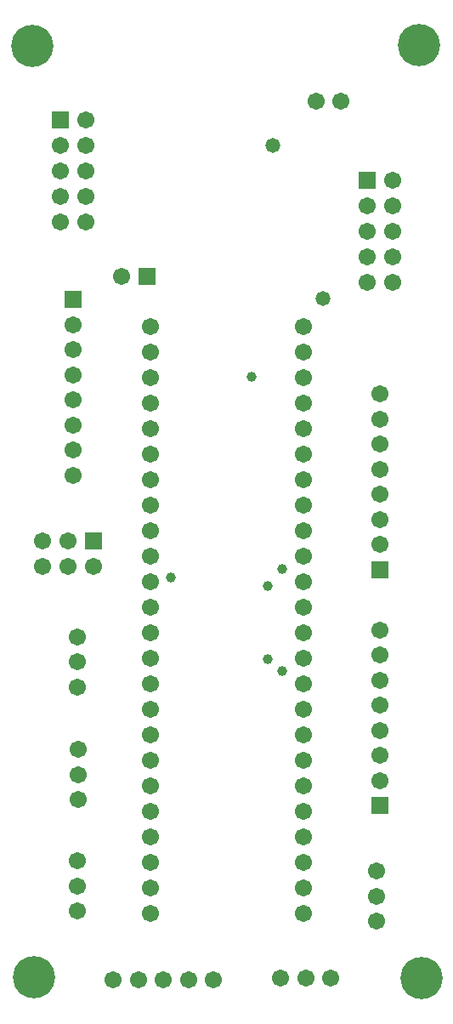
<source format=gbs>
G04*
G04 #@! TF.GenerationSoftware,Altium Limited,Altium Designer,20.0.12 (288)*
G04*
G04 Layer_Color=16711935*
%FSLAX25Y25*%
%MOIN*%
G70*
G01*
G75*
%ADD29C,0.06706*%
%ADD30R,0.06706X0.06706*%
%ADD31R,0.06706X0.06706*%
%ADD32C,0.16548*%
%ADD33C,0.03950*%
%ADD34C,0.05800*%
D29*
X60768Y269744D02*
D03*
Y259744D02*
D03*
Y249744D02*
D03*
Y239744D02*
D03*
Y229744D02*
D03*
Y219744D02*
D03*
Y209744D02*
D03*
Y199744D02*
D03*
Y189744D02*
D03*
Y179744D02*
D03*
Y169744D02*
D03*
Y159744D02*
D03*
Y149744D02*
D03*
Y139744D02*
D03*
X120768D02*
D03*
Y149744D02*
D03*
Y159744D02*
D03*
Y169744D02*
D03*
Y179744D02*
D03*
Y189744D02*
D03*
Y199744D02*
D03*
Y209744D02*
D03*
Y219744D02*
D03*
Y229744D02*
D03*
Y239744D02*
D03*
X60768Y119744D02*
D03*
Y109744D02*
D03*
Y99744D02*
D03*
Y89744D02*
D03*
Y79744D02*
D03*
Y69744D02*
D03*
Y59744D02*
D03*
Y49744D02*
D03*
Y39744D02*
D03*
X120768D02*
D03*
Y49744D02*
D03*
Y59744D02*
D03*
Y69744D02*
D03*
Y79744D02*
D03*
Y89744D02*
D03*
Y99744D02*
D03*
X60768Y129744D02*
D03*
X120768Y249744D02*
D03*
Y259744D02*
D03*
Y269744D02*
D03*
Y129744D02*
D03*
Y119744D02*
D03*
Y109744D02*
D03*
X49213Y289370D02*
D03*
X31890Y148031D02*
D03*
Y138189D02*
D03*
X31890Y128347D02*
D03*
X85433Y13780D02*
D03*
X75590D02*
D03*
X65748D02*
D03*
X55905D02*
D03*
X46063D02*
D03*
X155512Y287087D02*
D03*
Y297087D02*
D03*
Y307087D02*
D03*
X145512Y287087D02*
D03*
Y297087D02*
D03*
Y307087D02*
D03*
Y317087D02*
D03*
X155512D02*
D03*
Y327087D02*
D03*
X35433Y310709D02*
D03*
Y320709D02*
D03*
Y330709D02*
D03*
X25433Y310709D02*
D03*
Y320709D02*
D03*
Y330709D02*
D03*
Y340709D02*
D03*
X35433D02*
D03*
Y350709D02*
D03*
X32283Y103937D02*
D03*
Y94095D02*
D03*
X32283Y84252D02*
D03*
X31890Y60236D02*
D03*
Y50394D02*
D03*
X31890Y40551D02*
D03*
X150787Y91732D02*
D03*
Y101575D02*
D03*
Y111417D02*
D03*
Y121260D02*
D03*
Y131102D02*
D03*
Y140945D02*
D03*
Y150787D02*
D03*
X18347Y175827D02*
D03*
X28346D02*
D03*
X38346D02*
D03*
X18347Y185827D02*
D03*
X28346D02*
D03*
X150787Y184252D02*
D03*
Y194095D02*
D03*
Y203937D02*
D03*
Y213779D02*
D03*
Y223622D02*
D03*
Y233465D02*
D03*
Y243307D02*
D03*
X30315Y270472D02*
D03*
Y260630D02*
D03*
Y250787D02*
D03*
Y240945D02*
D03*
Y231102D02*
D03*
Y221260D02*
D03*
Y211417D02*
D03*
X111811Y14173D02*
D03*
X121653D02*
D03*
X131496Y14173D02*
D03*
X135433Y357874D02*
D03*
X125591D02*
D03*
X149213Y36614D02*
D03*
Y46457D02*
D03*
X149213Y56299D02*
D03*
D30*
X59213Y289370D02*
D03*
X38346Y185827D02*
D03*
D31*
X145512Y327087D02*
D03*
X25433Y350709D02*
D03*
X150787Y81890D02*
D03*
Y174409D02*
D03*
X30315Y280315D02*
D03*
D32*
X166142Y379921D02*
D03*
X14173Y379528D02*
D03*
X14961Y14567D02*
D03*
X166929Y14173D02*
D03*
D33*
X68504Y171201D02*
D03*
X112205Y174803D02*
D03*
Y134646D02*
D03*
X106693Y139370D02*
D03*
Y168110D02*
D03*
X100394Y250000D02*
D03*
D34*
X128347Y280709D02*
D03*
X108563Y340551D02*
D03*
M02*

</source>
